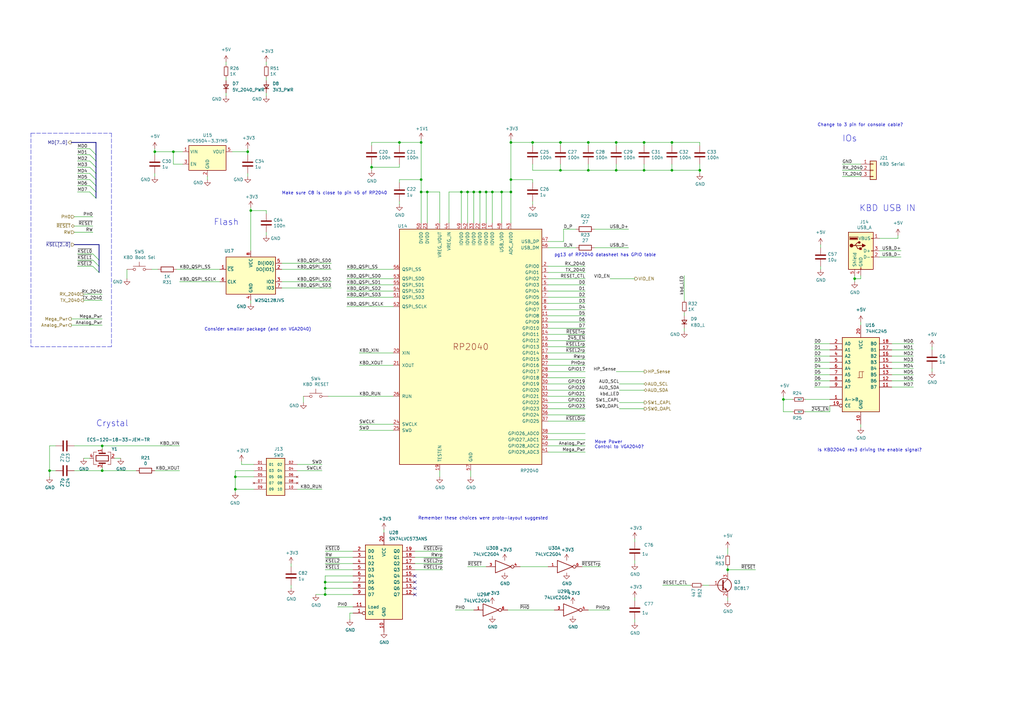
<source format=kicad_sch>
(kicad_sch (version 20211123) (generator eeschema)
  (paper "A3")
  (title_block (title "KBD2040") (rev "3a") (company "twitch.tv/baldengineer"))
  (junction (at 133.35 241.3))
  (junction (at 275.59 69.85))
  (junction (at 96.52 195.58))
  (junction (at 41.91 193.04))
  (junction (at 241.3 69.85))
  (junction (at 252.73 69.85))
  (junction (at 152.4 68.58))
  (junction (at 229.87 69.85))
  (junction (at 264.16 69.85))
  (junction (at 189.23 78.74))
  (junction (at 275.59 58.42))
  (junction (at 172.72 58.42))
  (junction (at 41.91 182.88))
  (junction (at 298.45 233.68))
  (junction (at 209.55 78.74))
  (junction (at 172.72 78.74))
  (junction (at 196.85 78.74))
  (junction (at 194.31 78.74))
  (junction (at 133.35 238.76))
  (junction (at 163.83 58.42))
  (junction (at 201.93 78.74))
  (junction (at 218.44 58.42))
  (junction (at 101.6 62.23))
  (junction (at 63.5 62.23))
  (junction (at 172.72 73.66))
  (junction (at 350.52 114.3))
  (junction (at 191.77 78.74))
  (junction (at 321.31 163.83))
  (junction (at 133.35 243.84))
  (junction (at 229.87 58.42))
  (junction (at 209.55 73.66))
  (junction (at 205.74 78.74))
  (junction (at 102.87 86.36))
  (junction (at 96.52 200.66))
  (junction (at 252.73 58.42))
  (junction (at 199.39 78.74))
  (junction (at 20.32 193.04))
  (junction (at 209.55 58.42))
  (junction (at 71.12 62.23))
  (junction (at 241.3 58.42))
  (junction (at 287.02 69.85))
  (junction (at 264.16 58.42))
  (junction (at 175.26 78.74))
  (no_connect (at 170.18 238.76))
  (no_connect (at 170.18 236.22))
  (no_connect (at 170.18 241.3))
  (no_connect (at 170.18 243.84))
  (bus_entry (at 36.83 71.12) (size 2.54 2.54))
  (bus_entry (at 36.83 78.74) (size 2.54 2.54))
  (bus_entry (at 36.83 68.58) (size 2.54 2.54))
  (bus_entry (at 36.83 66.04) (size 2.54 2.54))
  (bus_entry (at 36.83 63.5) (size 2.54 2.54))
  (bus_entry (at 36.83 73.66) (size 2.54 2.54))
  (bus_entry (at 36.83 60.96) (size 2.54 2.54))
  (bus_entry (at 38.1 104.14) (size 2.54 2.54))
  (bus_entry (at 38.1 106.68) (size 2.54 2.54))
  (bus_entry (at 38.1 109.22) (size 2.54 2.54))
  (bus_entry (at 36.83 76.2) (size 2.54 2.54))
  (wire (pts (xy 241.3 58.42) (xy 252.73 58.42)))
  (wire (pts (xy 161.29 110.49) (xy 142.24 110.49)))
  (wire (pts (xy 96.52 193.04) (xy 104.14 193.04)))
  (wire (pts (xy 241.3 59.69) (xy 241.3 58.42)))
  (wire (pts (xy 31.75 104.14) (xy 38.1 104.14)))
  (wire (pts (xy 218.44 67.31) (xy 218.44 69.85)))
  (bus (pts (xy 39.37 68.58) (xy 39.37 66.04)))
  (wire (pts (xy 115.57 118.11) (xy 135.89 118.11)))
  (wire (pts (xy 360.68 105.41) (xy 369.57 105.41)))
  (wire (pts (xy 194.31 91.44) (xy 194.31 78.74)))
  (wire (pts (xy 161.29 149.86) (xy 147.32 149.86)))
  (wire (pts (xy 224.79 160.02) (xy 240.03 160.02)))
  (wire (pts (xy 224.79 154.94) (xy 240.03 154.94)))
  (wire (pts (xy 134.62 162.56) (xy 161.29 162.56)))
  (wire (pts (xy 360.68 102.87) (xy 369.57 102.87)))
  (wire (pts (xy 22.86 182.88) (xy 20.32 182.88)))
  (wire (pts (xy 41.91 123.19) (xy 34.29 123.19)))
  (wire (pts (xy 205.74 91.44) (xy 205.74 78.74)))
  (wire (pts (xy 102.87 123.19) (xy 102.87 124.46)))
  (wire (pts (xy 180.34 193.04) (xy 180.34 195.58)))
  (wire (pts (xy 334.01 156.21) (xy 340.36 156.21)))
  (wire (pts (xy 365.76 146.05) (xy 374.65 146.05)))
  (wire (pts (xy 36.83 76.2) (xy 31.75 76.2)))
  (wire (pts (xy 31.75 109.22) (xy 38.1 109.22)))
  (wire (pts (xy 193.04 193.04) (xy 193.04 195.58)))
  (wire (pts (xy 288.29 240.03) (xy 290.83 240.03)))
  (wire (pts (xy 129.54 243.84) (xy 133.35 243.84)))
  (wire (pts (xy 250.19 114.3) (xy 260.35 114.3)))
  (wire (pts (xy 243.84 93.98) (xy 257.81 93.98)))
  (wire (pts (xy 229.87 58.42) (xy 241.3 58.42)))
  (wire (pts (xy 175.26 91.44) (xy 175.26 78.74)))
  (wire (pts (xy 115.57 110.49) (xy 135.89 110.49)))
  (wire (pts (xy 46.99 187.96) (xy 49.53 187.96)))
  (wire (pts (xy 365.76 156.21) (xy 374.65 156.21)))
  (wire (pts (xy 334.01 146.05) (xy 340.36 146.05)))
  (wire (pts (xy 121.92 190.5) (xy 132.08 190.5)))
  (wire (pts (xy 189.23 78.74) (xy 191.77 78.74)))
  (wire (pts (xy 180.34 91.44) (xy 180.34 78.74)))
  (wire (pts (xy 224.79 111.76) (xy 240.03 111.76)))
  (wire (pts (xy 101.6 71.12) (xy 101.6 72.39)))
  (wire (pts (xy 133.35 236.22) (xy 133.35 238.76)))
  (wire (pts (xy 353.06 113.03) (xy 353.06 114.3)))
  (wire (pts (xy 224.79 182.88) (xy 240.03 182.88)))
  (bus (pts (xy 39.37 73.66) (xy 39.37 71.12)))
  (wire (pts (xy 275.59 67.31) (xy 275.59 69.85)))
  (wire (pts (xy 109.22 25.4) (xy 109.22 26.67)))
  (wire (pts (xy 280.67 113.03) (xy 280.67 123.19)))
  (wire (pts (xy 95.25 62.23) (xy 101.6 62.23)))
  (wire (pts (xy 254 157.48) (xy 264.16 157.48)))
  (wire (pts (xy 224.79 167.64) (xy 240.03 167.64)))
  (wire (pts (xy 224.79 101.6) (xy 236.22 101.6)))
  (wire (pts (xy 170.18 226.06) (xy 181.61 226.06)))
  (wire (pts (xy 36.83 78.74) (xy 31.75 78.74)))
  (wire (pts (xy 119.38 231.14) (xy 119.38 232.41)))
  (wire (pts (xy 161.29 176.53) (xy 147.32 176.53)))
  (wire (pts (xy 96.52 195.58) (xy 104.14 195.58)))
  (wire (pts (xy 36.83 63.5) (xy 31.75 63.5)))
  (wire (pts (xy 101.6 60.96) (xy 101.6 62.23)))
  (wire (pts (xy 224.79 114.3) (xy 240.03 114.3)))
  (wire (pts (xy 41.91 193.04) (xy 55.88 193.04)))
  (wire (pts (xy 31.75 66.04) (xy 36.83 66.04)))
  (wire (pts (xy 330.2 163.83) (xy 340.36 163.83)))
  (wire (pts (xy 353.06 173.99) (xy 353.06 175.26)))
  (wire (pts (xy 287.02 69.85) (xy 287.02 71.12)))
  (wire (pts (xy 287.02 59.69) (xy 287.02 58.42)))
  (wire (pts (xy 254 167.64) (xy 264.16 167.64)))
  (wire (pts (xy 209.55 58.42) (xy 218.44 58.42)))
  (wire (pts (xy 298.45 233.68) (xy 298.45 234.95)))
  (wire (pts (xy 102.87 86.36) (xy 102.87 102.87)))
  (bus (pts (xy 39.37 71.12) (xy 39.37 68.58)))
  (wire (pts (xy 170.18 233.68) (xy 181.61 233.68)))
  (wire (pts (xy 199.39 91.44) (xy 199.39 78.74)))
  (wire (pts (xy 321.31 168.91) (xy 325.12 168.91)))
  (wire (pts (xy 184.15 78.74) (xy 189.23 78.74)))
  (wire (pts (xy 260.35 220.98) (xy 260.35 222.25)))
  (wire (pts (xy 30.48 95.25) (xy 38.1 95.25)))
  (wire (pts (xy 224.79 144.78) (xy 240.03 144.78)))
  (wire (pts (xy 298.45 245.11) (xy 298.45 246.38)))
  (wire (pts (xy 287.02 67.31) (xy 287.02 69.85)))
  (wire (pts (xy 321.31 163.83) (xy 321.31 168.91)))
  (polyline (pts (xy 45.72 142.24) (xy 12.7 142.24)))
  (wire (pts (xy 275.59 69.85) (xy 264.16 69.85)))
  (bus (pts (xy 39.37 63.5) (xy 39.37 58.42)))
  (wire (pts (xy 109.22 86.36) (xy 102.87 86.36)))
  (wire (pts (xy 31.75 68.58) (xy 36.83 68.58)))
  (wire (pts (xy 209.55 73.66) (xy 218.44 73.66)))
  (wire (pts (xy 92.71 38.1) (xy 92.71 39.37)))
  (wire (pts (xy 199.39 78.74) (xy 201.93 78.74)))
  (wire (pts (xy 175.26 78.74) (xy 172.72 78.74)))
  (wire (pts (xy 74.93 62.23) (xy 71.12 62.23)))
  (wire (pts (xy 163.83 59.69) (xy 163.83 58.42)))
  (polyline (pts (xy 45.72 54.61) (xy 45.72 142.24)))
  (wire (pts (xy 133.35 243.84) (xy 144.78 243.84)))
  (wire (pts (xy 41.91 120.65) (xy 34.29 120.65)))
  (wire (pts (xy 121.92 200.66) (xy 132.08 200.66)))
  (wire (pts (xy 147.32 144.78) (xy 161.29 144.78)))
  (wire (pts (xy 74.93 67.31) (xy 71.12 67.31)))
  (wire (pts (xy 109.22 38.1) (xy 109.22 39.37)))
  (wire (pts (xy 152.4 67.31) (xy 152.4 68.58)))
  (wire (pts (xy 201.93 78.74) (xy 201.93 91.44)))
  (wire (pts (xy 365.76 140.97) (xy 374.65 140.97)))
  (wire (pts (xy 252.73 67.31) (xy 252.73 69.85)))
  (wire (pts (xy 345.44 67.31) (xy 353.06 67.31)))
  (wire (pts (xy 143.51 254) (xy 143.51 251.46)))
  (wire (pts (xy 224.79 139.7) (xy 240.03 139.7)))
  (wire (pts (xy 224.79 142.24) (xy 240.03 142.24)))
  (wire (pts (xy 264.16 67.31) (xy 264.16 69.85)))
  (wire (pts (xy 96.52 200.66) (xy 96.52 201.93)))
  (wire (pts (xy 252.73 69.85) (xy 241.3 69.85)))
  (wire (pts (xy 109.22 31.75) (xy 109.22 33.02)))
  (wire (pts (xy 224.79 127) (xy 240.03 127)))
  (wire (pts (xy 191.77 91.44) (xy 191.77 78.74)))
  (wire (pts (xy 325.12 163.83) (xy 321.31 163.83)))
  (wire (pts (xy 62.23 110.49) (xy 64.77 110.49)))
  (wire (pts (xy 180.34 78.74) (xy 175.26 78.74)))
  (wire (pts (xy 353.06 114.3) (xy 350.52 114.3)))
  (wire (pts (xy 163.83 68.58) (xy 163.83 67.31)))
  (wire (pts (xy 241.3 69.85) (xy 229.87 69.85)))
  (wire (pts (xy 231.14 93.98) (xy 236.22 93.98)))
  (wire (pts (xy 29.21 133.35) (xy 41.91 133.35)))
  (wire (pts (xy 104.14 190.5) (xy 99.06 190.5)))
  (wire (pts (xy 22.86 193.04) (xy 20.32 193.04)))
  (wire (pts (xy 382.27 151.13) (xy 382.27 152.4)))
  (wire (pts (xy 52.07 110.49) (xy 52.07 114.3)))
  (wire (pts (xy 196.85 78.74) (xy 199.39 78.74)))
  (wire (pts (xy 368.3 96.52) (xy 368.3 97.79)))
  (wire (pts (xy 208.28 250.19) (xy 227.33 250.19)))
  (wire (pts (xy 334.01 153.67) (xy 340.36 153.67)))
  (wire (pts (xy 224.79 165.1) (xy 240.03 165.1)))
  (wire (pts (xy 231.14 93.98) (xy 231.14 99.06)))
  (wire (pts (xy 73.66 115.57) (xy 90.17 115.57)))
  (wire (pts (xy 20.32 193.04) (xy 20.32 195.58)))
  (wire (pts (xy 254 160.02) (xy 264.16 160.02)))
  (wire (pts (xy 298.45 224.79) (xy 298.45 227.33)))
  (wire (pts (xy 275.59 59.69) (xy 275.59 58.42)))
  (wire (pts (xy 224.79 132.08) (xy 240.03 132.08)))
  (wire (pts (xy 229.87 69.85) (xy 218.44 69.85)))
  (wire (pts (xy 31.75 71.12) (xy 36.83 71.12)))
  (wire (pts (xy 142.24 121.92) (xy 161.29 121.92)))
  (wire (pts (xy 31.75 106.68) (xy 38.1 106.68)))
  (wire (pts (xy 152.4 68.58) (xy 152.4 69.85)))
  (wire (pts (xy 63.5 71.12) (xy 63.5 72.39)))
  (wire (pts (xy 41.91 182.88) (xy 73.66 182.88)))
  (wire (pts (xy 92.71 25.4) (xy 92.71 26.67)))
  (wire (pts (xy 213.36 232.41) (xy 224.79 232.41)))
  (wire (pts (xy 229.87 67.31) (xy 229.87 69.85)))
  (wire (pts (xy 365.76 148.59) (xy 374.65 148.59)))
  (wire (pts (xy 209.55 58.42) (xy 209.55 73.66)))
  (wire (pts (xy 334.01 151.13) (xy 340.36 151.13)))
  (wire (pts (xy 199.39 232.41) (xy 191.77 232.41)))
  (wire (pts (xy 172.72 78.74) (xy 172.72 91.44)))
  (wire (pts (xy 224.79 99.06) (xy 231.14 99.06)))
  (bus (pts (xy 39.37 78.74) (xy 39.37 76.2)))
  (wire (pts (xy 209.55 57.15) (xy 209.55 58.42)))
  (wire (pts (xy 224.79 152.4) (xy 240.03 152.4)))
  (wire (pts (xy 224.79 109.22) (xy 240.03 109.22)))
  (wire (pts (xy 30.48 182.88) (xy 41.91 182.88)))
  (wire (pts (xy 330.2 168.91) (xy 340.36 168.91)))
  (wire (pts (xy 280.67 134.62) (xy 280.67 135.89)))
  (wire (pts (xy 224.79 149.86) (xy 240.03 149.86)))
  (wire (pts (xy 224.79 116.84) (xy 240.03 116.84)))
  (wire (pts (xy 298.45 232.41) (xy 298.45 233.68)))
  (wire (pts (xy 102.87 85.09) (xy 102.87 86.36)))
  (wire (pts (xy 224.79 185.42) (xy 240.03 185.42)))
  (wire (pts (xy 142.24 125.73) (xy 161.29 125.73)))
  (wire (pts (xy 224.79 121.92) (xy 240.03 121.92)))
  (wire (pts (xy 163.83 82.55) (xy 163.83 83.82)))
  (wire (pts (xy 172.72 58.42) (xy 172.72 73.66)))
  (wire (pts (xy 224.79 147.32) (xy 240.03 147.32)))
  (wire (pts (xy 218.44 58.42) (xy 229.87 58.42)))
  (wire (pts (xy 229.87 59.69) (xy 229.87 58.42)))
  (wire (pts (xy 224.79 119.38) (xy 240.03 119.38)))
  (wire (pts (xy 321.31 162.56) (xy 321.31 163.83)))
  (wire (pts (xy 92.71 31.75) (xy 92.71 33.02)))
  (wire (pts (xy 345.44 69.85) (xy 353.06 69.85)))
  (wire (pts (xy 133.35 238.76) (xy 133.35 241.3)))
  (wire (pts (xy 30.48 193.04) (xy 41.91 193.04)))
  (wire (pts (xy 224.79 157.48) (xy 240.03 157.48)))
  (wire (pts (xy 298.45 233.68) (xy 309.88 233.68)))
  (wire (pts (xy 209.55 78.74) (xy 209.55 91.44)))
  (wire (pts (xy 133.35 241.3) (xy 133.35 243.84)))
  (wire (pts (xy 115.57 115.57) (xy 135.89 115.57)))
  (wire (pts (xy 172.72 57.15) (xy 172.72 58.42)))
  (wire (pts (xy 252.73 58.42) (xy 264.16 58.42)))
  (wire (pts (xy 224.79 137.16) (xy 240.03 137.16)))
  (wire (pts (xy 260.35 245.11) (xy 260.35 246.38)))
  (wire (pts (xy 31.75 73.66) (xy 36.83 73.66)))
  (wire (pts (xy 161.29 173.99) (xy 147.32 173.99)))
  (wire (pts (xy 353.06 132.08) (xy 353.06 133.35)))
  (wire (pts (xy 119.38 240.03) (xy 119.38 241.3)))
  (wire (pts (xy 163.83 74.93) (xy 163.83 73.66)))
  (wire (pts (xy 334.01 143.51) (xy 340.36 143.51)))
  (wire (pts (xy 243.84 101.6) (xy 257.81 101.6)))
  (wire (pts (xy 336.55 109.22) (xy 336.55 110.49)))
  (wire (pts (xy 184.15 91.44) (xy 184.15 78.74)))
  (wire (pts (xy 71.12 67.31) (xy 71.12 62.23)))
  (wire (pts (xy 133.35 228.6) (xy 144.78 228.6)))
  (bus (pts (xy 40.64 111.76) (xy 40.64 109.22)))
  (wire (pts (xy 241.3 67.31) (xy 241.3 69.85)))
  (wire (pts (xy 163.83 58.42) (xy 172.72 58.42)))
  (wire (pts (xy 194.31 78.74) (xy 196.85 78.74)))
  (wire (pts (xy 30.48 92.71) (xy 38.1 92.71)))
  (wire (pts (xy 196.85 91.44) (xy 196.85 78.74)))
  (wire (pts (xy 191.77 78.74) (xy 194.31 78.74)))
  (bus (pts (xy 40.64 106.68) (xy 40.64 100.33)))
  (wire (pts (xy 20.32 182.88) (xy 20.32 193.04)))
  (wire (pts (xy 170.18 228.6) (xy 181.61 228.6)))
  (wire (pts (xy 72.39 110.49) (xy 90.17 110.49)))
  (bus (pts (xy 39.37 66.04) (xy 39.37 63.5)))
  (wire (pts (xy 96.52 200.66) (xy 104.14 200.66)))
  (wire (pts (xy 63.5 193.04) (xy 73.66 193.04)))
  (wire (pts (xy 36.83 60.96) (xy 31.75 60.96)))
  (wire (pts (xy 101.6 62.23) (xy 101.6 63.5)))
  (wire (pts (xy 246.38 232.41) (xy 238.76 232.41)))
  (wire (pts (xy 133.35 231.14) (xy 144.78 231.14)))
  (wire (pts (xy 224.79 134.62) (xy 240.03 134.62)))
  (wire (pts (xy 29.21 130.81) (xy 41.91 130.81)))
  (wire (pts (xy 63.5 60.96) (xy 63.5 62.23)))
  (wire (pts (xy 152.4 59.69) (xy 152.4 58.42)))
  (wire (pts (xy 224.79 172.72) (xy 240.03 172.72)))
  (wire (pts (xy 170.18 231.14) (xy 181.61 231.14)))
  (wire (pts (xy 152.4 58.42) (xy 163.83 58.42)))
  (wire (pts (xy 350.52 114.3) (xy 350.52 115.57)))
  (wire (pts (xy 41.91 184.15) (xy 41.91 182.88)))
  (wire (pts (xy 218.44 82.55) (xy 218.44 83.82)))
  (wire (pts (xy 142.24 116.84) (xy 161.29 116.84)))
  (wire (pts (xy 365.76 143.51) (xy 374.65 143.51)))
  (wire (pts (xy 260.35 229.87) (xy 260.35 231.14)))
  (wire (pts (xy 365.76 153.67) (xy 374.65 153.67)))
  (wire (pts (xy 157.48 217.17) (xy 157.48 218.44)))
  (wire (pts (xy 121.92 193.04) (xy 132.08 193.04)))
  (wire (pts (xy 264.16 58.42) (xy 275.59 58.42)))
  (wire (pts (xy 194.31 250.19) (xy 186.69 250.19)))
  (wire (pts (xy 264.16 59.69) (xy 264.16 58.42)))
  (wire (pts (xy 133.35 233.68) (xy 144.78 233.68)))
  (wire (pts (xy 133.35 238.76) (xy 144.78 238.76)))
  (wire (pts (xy 152.4 68.58) (xy 163.83 68.58)))
  (wire (pts (xy 142.24 114.3) (xy 161.29 114.3)))
  (wire (pts (xy 224.79 129.54) (xy 240.03 129.54)))
  (wire (pts (xy 365.76 158.75) (xy 374.65 158.75)))
  (wire (pts (xy 63.5 62.23) (xy 63.5 63.5)))
  (wire (pts (xy 382.27 142.24) (xy 382.27 143.51)))
  (wire (pts (xy 334.01 148.59) (xy 340.36 148.59)))
  (wire (pts (xy 360.68 97.79) (xy 368.3 97.79)))
  (wire (pts (xy 209.55 73.66) (xy 209.55 78.74)))
  (wire (pts (xy 224.79 124.46) (xy 240.03 124.46)))
  (wire (pts (xy 271.78 240.03) (xy 283.21 240.03)))
  (wire (pts (xy 224.79 177.8) (xy 240.03 177.8)))
  (wire (pts (xy 350.52 113.03) (xy 350.52 114.3)))
  (wire (pts (xy 115.57 107.95) (xy 135.89 107.95)))
  (wire (pts (xy 275.59 58.42) (xy 287.02 58.42)))
  (wire (pts (xy 201.93 78.74) (xy 205.74 78.74)))
  (bus (pts (xy 30.48 100.33) (xy 40.64 100.33)))
  (wire (pts (xy 218.44 59.69) (xy 218.44 58.42)))
  (wire (pts (xy 260.35 254) (xy 260.35 255.27)))
  (wire (pts (xy 96.52 195.58) (xy 96.52 200.66)))
  (bus (pts (xy 39.37 76.2) (xy 39.37 73.66)))
  (wire (pts (xy 189.23 91.44) (xy 189.23 78.74)))
  (wire (pts (xy 96.52 193.04) (xy 96.52 195.58)))
  (wire (pts (xy 99.06 190.5) (xy 99.06 189.23)))
  (wire (pts (xy 218.44 74.93) (xy 218.44 73.66)))
  (wire (pts (xy 252.73 152.4) (xy 264.16 152.4)))
  (wire (pts (xy 280.67 128.27) (xy 280.67 129.54)))
  (wire (pts (xy 172.72 73.66) (xy 172.72 78.74)))
  (wire (pts (xy 109.22 95.25) (xy 109.22 96.52)))
  (bus (pts (xy 29.21 58.42) (xy 39.37 58.42)))
  (wire (pts (xy 275.59 69.85) (xy 287.02 69.85)))
  (wire (pts (xy 336.55 100.33) (xy 336.55 101.6)))
  (wire (pts (xy 133.35 241.3) (xy 144.78 241.3)))
  (wire (pts (xy 138.43 248.92) (xy 144.78 248.92)))
  (bus (pts (xy 39.37 81.28) (xy 39.37 78.74)))
  (wire (pts (xy 252.73 59.69) (xy 252.73 58.42)))
  (wire (pts (xy 133.35 226.06) (xy 144.78 226.06)))
  (wire (pts (xy 224.79 180.34) (xy 240.03 180.34)))
  (wire (pts (xy 142.24 119.38) (xy 161.29 119.38)))
  (bus (pts (xy 40.64 109.22) (xy 40.64 106.68)))
  (wire (pts (xy 264.16 69.85) (xy 252.73 69.85)))
  (polyline (pts (xy 12.7 54.61) (xy 12.7 142.24)))
  (wire (pts (xy 124.46 162.56) (xy 124.46 165.1)))
  (wire (pts (xy 254 165.1) (xy 264.16 165.1)))
  (wire (pts (xy 205.74 78.74) (xy 209.55 78.74)))
  (wire (pts (xy 250.19 250.19) (xy 241.3 250.19)))
  (wire (pts (xy 345.44 72.39) (xy 353.06 72.39)))
  (wire (pts (xy 224.79 170.18) (xy 240.03 170.18)))
  (wire (pts (xy 340.36 168.91) (xy 340.36 166.37)))
  (wire (pts (xy 71.12 62.23) (xy 63.5 62.23)))
  (polyline (pts (xy 12.7 54.61) (xy 45.72 54.61)))
  (wire (pts (xy 41.91 191.77) (xy 41.91 193.04)))
  (wire (pts (xy 334.01 140.97) (xy 340.36 140.97)))
  (wire (pts (xy 109.22 87.63) (xy 109.22 86.36)))
  (wire (pts (xy 340.36 158.75) (xy 334.01 158.75)))
  (wire (pts (xy 143.51 251.46) (xy 144.78 251.46)))
  (wire (pts (xy 224.79 162.56) (xy 240.03 162.56)))
  (wire (pts (xy 163.83 73.66) (xy 172.72 73.66)))
  (wire (pts (xy 85.09 73.66) (xy 85.09 72.39)))
  (wire (pts (xy 38.1 88.9) (xy 30.48 88.9)))
  (wire (pts (xy 36.83 187.96) (xy 34.29 187.96)))
  (wire (pts (xy 133.35 236.22) (xy 144.78 236.22)))
  (wire (pts (xy 365.76 151.13) (xy 374.65 151.13)))
  (text "IOs" (at 345.44 58.42 0) (effects (font (size 2.54 2.54)) (justify left bottom)))
  (text "Change to 3 pin for console cable?" (at 335.28 52.07 0) (effects (font (size 1.27 1.27)) (justify left bottom)))
  (text "Crystal" (at 39.37 175.26 0) (effects (font (size 2.54 2.54)) (justify left bottom)))
  (text "Move Power \nControl to VGA2040?" (at 243.84 184.15 0) (effects (font (size 1.27 1.27)) (justify left bottom)))
  (text "Remember these choices were proto-layout suggested" (at 171.45 213.36 0) (effects (font (size 1.27 1.27)) (justify left bottom)))
  (text "pg13 of RP2040 datasheet has GPIO table" (at 227.33 105.41 0) (effects (font (size 1.27 1.27)) (justify left bottom)))
  (text "Consider smaller package (and on VGA2040)" (at 83.82 135.89 0) (effects (font (size 1.27 1.27)) (justify left bottom)))
  (text "Flash" (at 87.63 92.71 0) (effects (font (size 2.54 2.54)) (justify left bottom)))
  (text "Is KBD2040 rev3 driving the enable signal?" (at 335.28 185.42 0) (effects (font (size 1.27 1.27)) (justify left bottom)))
  (text "KBD USB IN" (at 352.425 86.995 0) (effects (font (size 2.54 2.54)) (justify left bottom)))
  (text "Make sure C8 is close to pin 45 of RP2040" (at 115.57 80.01 0) (effects (font (size 1.27 1.27)) (justify left bottom)))
  (label "~{PH0}" (at 217.17 250.19 180))
  (label "~{RESET}" (at 38.1 92.71 180))
  (label "RX_2040" (at 41.91 120.65 180))
  (label "MD4" (at 374.65 151.13 180))
  (label "RWrp" (at 181.61 228.6 180))
  (label "D6" (at 334.01 156.21 0))
  (label "HP_Sense" (at 252.73 152.4 180))
  (label "KBD_XIN" (at 73.66 182.88 180))
  (label "D1" (at 240.03 119.38 180))
  (label "D0" (at 240.03 116.84 180))
  (label "TX_2040" (at 240.03 111.76 180))
  (label "Analog_Pwr" (at 240.03 182.88 180))
  (label "MD6" (at 31.75 76.2 0))
  (label "~{245_EN}" (at 332.74 168.91 0))
  (label "D3" (at 334.01 148.59 0))
  (label "D3" (at 240.03 124.46 180))
  (label "D2" (at 334.01 146.05 0))
  (label "PH0" (at 138.43 248.92 0))
  (label "PH0rp" (at 240.03 149.86 180))
  (label "SW0_OAPL" (at 254 167.64 180))
  (label "~{RESETrp}" (at 246.38 232.41 180))
  (label "~{KSEL1rp}" (at 240.03 142.24 180))
  (label "kbd_LED" (at 280.67 113.03 270))
  (label "D7" (at 334.01 158.75 0))
  (label "D5" (at 334.01 153.67 0))
  (label "RESET_CTL" (at 271.78 240.03 0))
  (label "GND" (at 345.44 67.31 0))
  (label "D_P" (at 231.14 93.98 0))
  (label "GPIO23" (at 240.03 167.64 180))
  (label "~{KSEL2}" (at 133.35 231.14 0))
  (label "KBD_RUN" (at 147.32 162.56 0))
  (label "MD0" (at 374.65 140.97 180))
  (label "AUD_SCL" (at 254 157.48 180))
  (label "MD0" (at 31.75 60.96 0))
  (label "~{KSEL0}" (at 133.35 226.06 0))
  (label "~{KSEL2rp}" (at 181.61 231.14 180))
  (label "GPIO21" (at 240.03 162.56 180))
  (label "~{RESET}" (at 309.88 233.68 180))
  (label "MD3" (at 374.65 148.59 180))
  (label "KBD_QSPI_SCLK" (at 142.24 125.73 0))
  (label "PH0" (at 38.1 88.9 180))
  (label "KBD_QSPI_SD2" (at 142.24 119.38 0))
  (label "USB_D+" (at 369.57 102.87 180))
  (label "MD5" (at 31.75 73.66 0))
  (label "Analog_Pwr" (at 41.91 133.35 180))
  (label "~{RESETrp}" (at 240.03 137.16 180))
  (label "PH0rp" (at 250.19 250.19 180))
  (label "D7" (at 240.03 134.62 180))
  (label "RWrp" (at 240.03 147.32 180))
  (label "KBD_QSPI_SCLK" (at 73.66 115.57 0))
  (label "RW" (at 38.1 95.25 180))
  (label "D4" (at 240.03 127 180))
  (label "GPIO20" (at 240.03 160.02 180))
  (label "SWD" (at 132.08 190.5 180))
  (label "D5" (at 240.03 129.54 180))
  (label "~{KSEL0rp}" (at 240.03 172.72 180))
  (label "MD5" (at 374.65 153.67 180))
  (label "D_N" (at 231.14 101.6 0))
  (label "USB_D+" (at 257.81 93.98 180))
  (label "D2" (at 240.03 121.92 180))
  (label "GPIO19" (at 240.03 157.48 180))
  (label "kbd_LED" (at 254 162.56 180))
  (label "VID_EN" (at 250.19 114.3 180))
  (label "KBD_RUN" (at 132.08 200.66 180))
  (label "RX_2040" (at 240.03 109.22 180))
  (label "~{RESET}" (at 191.77 232.41 0))
  (label "MD6" (at 374.65 156.21 180))
  (label "MD2" (at 374.65 146.05 180))
  (label "MD4" (at 31.75 71.12 0))
  (label "SWD" (at 147.32 176.53 0))
  (label "D6" (at 240.03 132.08 180))
  (label "~{KSEL1}" (at 133.35 233.68 0))
  (label "MD1" (at 374.65 143.51 180))
  (label "SWCLK" (at 132.08 193.04 180))
  (label "D4" (at 334.01 151.13 0))
  (label "Mega_Pwr" (at 41.91 130.81 180))
  (label "KBD_QSPI_SD3" (at 142.24 121.92 0))
  (label "KBD_QSPI_SD0" (at 142.24 114.3 0))
  (label "KBD_QSPI_SD1" (at 135.89 110.49 180))
  (label "GPIO17" (at 240.03 152.4 180))
  (label "RESET_CTL" (at 240.03 114.3 180))
  (label "MD1" (at 31.75 63.5 0))
  (label "~{245_EN}" (at 240.03 139.7 180))
  (label "KBD_QSPI_SD0" (at 135.89 107.95 180))
  (label "RW" (at 133.35 228.6 0))
  (label "D1" (at 334.01 143.51 0))
  (label "KBD_QSPI_SD2" (at 135.89 115.57 180))
  (label "D0" (at 334.01 140.97 0))
  (label "RX_2040" (at 345.44 69.85 0))
  (label "~{KSEL0}" (at 31.75 104.14 0))
  (label "KBD_QSPI_SD3" (at 135.89 118.11 180))
  (label "KBD_XOUT" (at 147.32 149.86 0))
  (label "KBD_QSPI_SS" (at 73.66 110.49 0))
  (label "TX_2040" (at 41.91 123.19 180))
  (label "SWCLK" (at 147.32 173.99 0))
  (label "~{KSEL1rp}" (at 181.61 233.68 180))
  (label "KBD_QSPI_SD1" (at 142.24 116.84 0))
  (label "MD2" (at 31.75 66.04 0))
  (label "AUD_SDA" (at 254 160.02 180))
  (label "Mega_Pwr" (at 240.03 185.42 180))
  (label "KBD_XIN" (at 147.32 144.78 0))
  (label "USB_D-" (at 257.81 101.6 180))
  (label "~{KSEL0rp}" (at 181.61 226.06 180))
  (label "GPIO22" (at 240.03 165.1 180))
  (label "PH0" (at 186.69 250.19 0))
  (label "~{KSEL1}" (at 31.75 106.68 0))
  (label "KBD_XOUT" (at 73.66 193.04 180))
  (label "MD3" (at 31.75 68.58 0))
  (label "SW1_CAPL" (at 254 165.1 180))
  (label "USB_D-" (at 369.57 105.41 180))
  (label "~{KSEL2}" (at 31.75 109.22 0))
  (label "MD7" (at 31.75 78.74 0))
  (label "TX_2040" (at 345.44 72.39 0))
  (label "KBD_QSPI_SS" (at 142.24 110.49 0))
  (label "MD7" (at 374.65 158.75 180))
  (label "~{KSEL2rp}" (at 240.03 144.78 180))
  (hierarchical_label "TX_2040" (shape output) (at 34.29 123.19 180))
  (hierarchical_label "MD[7..0]" (shape output) (at 29.21 58.42 180))
  (hierarchical_label "SW1_CAPL" (shape output) (at 264.16 165.1 0))
  (hierarchical_label "RX_2040" (shape input) (at 34.29 120.65 180))
  (hierarchical_label "AUD_SDA" (shape bidirectional) (at 264.16 160.02 0))
  (hierarchical_label "RW" (shape input) (at 30.48 95.25 180))
  (hierarchical_label "~{RESET}" (shape bidirectional) (at 30.48 92.71 180))
  (hierarchical_label "~{KSEL[2..0]}" (shape input) (at 30.48 100.33 180))
  (hierarchical_label "AUD_SCL" (shape bidirectional) (at 264.16 157.48 0))
  (hierarchical_label "Mega_Pwr" (shape output) (at 29.21 130.81 180))
  (hierarchical_label "Analog_Pwr" (shape output) (at 29.21 133.35 180))
  (hierarchical_label "VID_EN" (shape output) (at 260.35 114.3 0))
  (hierarchical_label "HP_Sense" (shape output) (at 264.16 152.4 0))
  (hierarchical_label "SW0_OAPL" (shape output) (at 264.16 167.64 0))
  (hierarchical_label "PH0" (shape input) (at 30.48 88.9 180))
  (symbol (lib_id "power:GND") (at 129.54 243.84 0) (unit 1)
    (property "Reference" "#PWR0246" (effects hide))
    (property "Value" "GND" (at 129.667 248.2342 0))
  )
  (symbol (lib_id "Device:C") (at 336.55 105.41 0) (unit 1)
    (property "Reference" "C57" (at 339.471 104.2416 0) (effects (justify left)))
    (property "Value" "10u" (at 339.471 106.553 0) (effects (justify left)))
    (property "Footprint" "Capacitor_SMD:C_0805_2012Metric" (effects hide))
  )
  (symbol (lib_name "R_0805_4") (lib_id "My_Library:R_0805") (at 109.22 29.21 0) (unit 1)
    (property "Reference" "R51" (at 110.7186 28.0416 0) (effects (justify left)))
    (property "Value" "1K" (at 110.7186 30.353 0) (effects (justify left)))
    (property "Footprint" "Resistor_SMD:R_0805_2012Metric" (effects hide))
  )
  (symbol (lib_id "Device:R") (at 240.03 101.6 270) (unit 1)
    (property "Reference" "R23" (at 240.03 96.3422 90))
    (property "Value" "27" (at 240.03 98.6536 90))
    (property "Footprint" "Resistor_SMD:R_0603_1608Metric" (effects hide))
  )
  (symbol (lib_id "power:GND") (at 63.5 72.39 0) (unit 1)
    (property "Reference" "#PWR0228" (effects hide))
    (property "Value" "GND" (at 59.69 73.66 0))
  )
  (symbol (lib_id "power:GND") (at 109.22 39.37 0) (unit 1)
    (property "Reference" "#PWR0329" (effects hide))
    (property "Value" "GND" (at 105.41 40.64 0))
  )
  (symbol (lib_id "power:+3V3") (at 119.38 231.14 0) (unit 1)
    (property "Reference" "#PWR0179" (effects hide))
    (property "Value" "+3V3" (at 119.761 226.7458 0))
  )
  (symbol (lib_id "Device:C") (at 264.16 63.5 0) (unit 1)
    (property "Reference" "C31" (at 267.081 62.3316 0) (effects (justify left)))
    (property "Value" "100n" (at 267.081 64.643 0) (effects (justify left)))
    (property "Footprint" "Capacitor_SMD:C_0603_1608Metric" (effects hide))
  )
  (symbol (lib_id "74xx:74HC245") (at 353.06 153.67 0) (unit 1)
    (property "Reference" "U16" (at 356.87 133.35 0))
    (property "Value" "74HC245" (at 359.41 135.89 0))
    (property "Footprint" "Package_SO:SO-20_5.3x12.6mm_P1.27mm" (effects hide))
    (property "Datasheet" "http://www.ti.com/lit/gpn/sn74HC245" (effects hide))
  )
  (symbol (lib_id "power:GND") (at 260.35 231.14 0) (unit 1)
    (property "Reference" "#PWR0248" (effects hide))
    (property "Value" "GND" (at 260.477 235.5342 0))
  )
  (symbol (lib_id "My Library:+5V_2040") (at 63.5 60.96 0) (unit 1)
    (property "Reference" "#PWR0241" (effects hide))
    (property "Value" "+5V_2040" (at 63.5 55.88 0))
  )
  (symbol (lib_id "Device:C") (at 218.44 63.5 0) (unit 1)
    (property "Reference" "C25" (at 221.361 62.3316 0) (effects (justify left)))
    (property "Value" "100n" (at 221.361 64.643 0) (effects (justify left)))
    (property "Footprint" "Capacitor_SMD:C_0603_1608Metric" (effects hide))
  )
  (symbol (lib_id "Device:C") (at 287.02 63.5 0) (unit 1)
    (property "Reference" "C33" (at 289.941 62.3316 0) (effects (justify left)))
    (property "Value" "100n" (at 289.941 64.643 0) (effects (justify left)))
    (property "Footprint" "Capacitor_SMD:C_0603_1608Metric" (effects hide))
  )
  (symbol (lib_id "My Library:+5V_2040") (at 336.55 100.33 0) (unit 1)
    (property "Reference" "#PWR0251" (effects hide))
    (property "Value" "+5V_2040" (at 336.55 95.25 0))
  )
  (symbol (lib_id "74xGxx:74LVC2G04") (at 234.95 250.19 0) (unit 2)
    (property "Reference" "U29" (at 231.14 242.57 0))
    (property "Value" "74LVC2G04" (at 228.6 245.11 0))
    (property "Footprint" "Package_TO_SOT_SMD:SOT-23-6" (effects hide))
    (property "Datasheet" "http://www.ti.com/lit/sg/scyt129e/scyt129e.pdf" (effects hide))
  )
  (symbol (lib_id "Device:Crystal_GND24") (at 41.91 187.96 270) (unit 1)
    (property "Reference" "Y1" (at 45.72 184.15 90) (effects (justify left)))
    (property "Value" "ECS-120-18-33-JEM-TR" (at 35.56 180.34 90) (effects (justify left)))
    (property "Footprint" "Crystal:Crystal_SMD_3225-4Pin_3.2x2.5mm" (effects hide))
    (property "Old PN" "ABLS-12.000MHZ-B4-T" (effects hide))
  )
  (symbol (lib_id "power:GND") (at 180.34 195.58 0) (unit 1)
    (property "Reference" "#PWR0233" (effects hide))
    (property "Value" "GND" (at 180.467 199.9742 0))
  )
  (symbol (lib_id "power:GND") (at 193.04 195.58 0) (unit 1)
    (property "Reference" "#PWR0234" (effects hide))
    (property "Value" "GND" (at 193.167 199.9742 0))
  )
  (symbol (lib_id "power:+3V3") (at 109.22 25.4 0) (unit 1)
    (property "Reference" "#PWR0328" (effects hide))
    (property "Value" "+3V3" (at 109.601 21.0058 0))
  )
  (symbol (lib_id "Device:R") (at 59.69 193.04 270) (unit 1)
    (property "Reference" "R21" (at 59.69 187.7822 90))
    (property "Value" "0" (at 59.69 190.0936 90))
    (property "Footprint" "Resistor_SMD:R_0603_1608Metric" (effects hide))
  )
  (symbol (lib_id "power:GND") (at 152.4 69.85 0) (unit 1)
    (property "Reference" "#PWR0220" (effects hide))
    (property "Value" "GND" (at 152.527 74.2442 0))
  )
  (symbol (lib_id "power:GND") (at 119.38 241.3 0) (unit 1)
    (property "Reference" "#PWR0180" (effects hide))
    (property "Value" "GND" (at 119.507 245.6942 0))
  )
  (symbol (lib_id "Device:C") (at 241.3 63.5 0) (unit 1)
    (property "Reference" "C28" (at 244.221 62.3316 0) (effects (justify left)))
    (property "Value" "100n" (at 244.221 64.643 0) (effects (justify left)))
    (property "Footprint" "Capacitor_SMD:C_0603_1608Metric" (effects hide))
  )
  (symbol (lib_id "power:GND") (at 382.27 152.4 0) (unit 1)
    (property "Reference" "#PWR0113" (effects hide))
    (property "Value" "GND" (at 382.397 156.7942 0))
  )
  (symbol (lib_name "R_0805_2") (lib_id "My_Library:R_0805") (at 327.66 163.83 90) (unit 1)
    (property "Reference" "R24" (at 328.93 161.29 90) (effects (justify left)))
    (property "Value" "4k7" (at 328.93 163.83 90) (effects (font (size 0.635 0.635)) (justify left)))
    (property "Footprint" "Resistor_SMD:R_0805_2012Metric" (effects hide))
  )
  (symbol (lib_id "Connector_Generic:Conn_01x03") (at 358.14 69.85 0) (unit 1)
    (property "Reference" "J21" (at 360.68 64.77 0) (effects (justify left)))
    (property "Value" "KBD Serial" (at 360.68 67.31 0) (effects (justify left)))
    (property "Footprint" "Connector_PinSocket_2.54mm:PinSocket_1x03_P2.54mm_Vertical" (effects hide))
  )
  (symbol (lib_id "Switch:SW_Push") (at 57.15 110.49 0) (unit 1)
    (property "Reference" "SW5" (at 57.15 103.251 0))
    (property "Value" "KBD Boot Sel" (at 57.15 105.5624 0))
    (property "Footprint" "Button_Switch_SMD:SW_SPST_PTS810" (effects hide))
  )
  (symbol (lib_id "Switch:SW_Push") (at 129.54 162.56 0) (unit 1)
    (property "Reference" "SW4" (at 129.54 155.321 0))
    (property "Value" "KBD RESET" (at 129.54 157.6324 0))
    (property "Footprint" "Button_Switch_SMD:SW_SPST_PTS810" (effects hide))
  )
  (symbol (lib_id "power:GND") (at 234.95 252.73 0) (unit 1)
    (property "Reference" "#PWR0375" (effects hide))
    (property "Value" "GND" (at 235.077 257.1242 0))
  )
  (symbol (lib_id "Connector:USB_A") (at 353.06 102.87 0) (unit 1)
    (property "Reference" "J14" (at 354.5078 91.0082 0))
    (property "Value" "USB_A" (at 354.5078 93.3196 0))
    (property "Footprint" "My Libraries:USB_A_GCT_USB1125" (effects hide))
    (property "Datasheet" " ~" (effects hide))
    (property "MPN" "USB1125-GF-B" (effects hide))
    (property "SPN" "86AH2018" (effects hide))
  )
  (symbol (lib_id "power:+3V3") (at 201.93 247.65 0) (unit 1)
    (property "Reference" "#PWR0261" (effects hide))
    (property "Value" "+3V3" (at 202.311 243.2558 0))
  )
  (symbol (lib_id "74xGxx:74LVC2G04") (at 207.01 232.41 0) (unit 2)
    (property "Reference" "U30" (at 201.93 224.79 0))
    (property "Value" "74LVC2G04" (at 199.39 227.33 0))
    (property "Footprint" "Package_TO_SOT_SMD:SOT-23-6" (effects hide))
    (property "Datasheet" "http://www.ti.com/lit/sg/scyt129e/scyt129e.pdf" (effects hide))
  )
  (symbol (lib_id "74xGxx:74LVC2G04") (at 201.93 250.19 0) (unit 1)
    (property "Reference" "U29" (at 198.12 243.84 0))
    (property "Value" "74LVC2G04" (at 195.58 246.38 0))
    (property "Footprint" "Package_TO_SOT_SMD:SOT-23-6" (effects hide))
    (property "Datasheet" "http://www.ti.com/lit/sg/scyt129e/scyt129e.pdf" (effects hide))
  )
  (symbol (lib_id "power:+3V3") (at 232.41 229.87 0) (unit 1)
    (property "Reference" "#PWR0377" (effects hide))
    (property "Value" "+3V3" (at 232.791 225.4758 0))
  )
  (symbol (lib_id "power:GND") (at 287.02 71.12 0) (unit 1)
    (property "Reference" "#PWR0245" (effects hide))
    (property "Value" "GND" (at 287.147 75.5142 0))
  )
  (symbol (lib_id "power:+3V3") (at 102.87 85.09 0) (unit 1)
    (property "Reference" "#PWR0332" (effects hide))
    (property "Value" "+3V3" (at 103.251 80.6958 0))
  )
  (symbol (lib_id "My Library:D_1206") (at 109.22 35.56 90) (unit 1)
    (property "Reference" "D8" (at 111.76 34.2899 90) (effects (justify right)))
    (property "Value" "3V3_PWR" (at 111.76 36.8299 90) (effects (justify right)))
    (property "Footprint" "LED_SMD:LED_1206_3216Metric" (effects hide))
  )
  (symbol (lib_id "power:GND") (at 49.53 187.96 0) (unit 1)
    (property "Reference" "#PWR0235" (effects hide))
    (property "Value" "GND" (at 49.657 192.3542 0))
  )
  (symbol (lib_id "power:+3V3") (at 209.55 57.15 0) (unit 1)
    (property "Reference" "#PWR0224" (effects hide))
    (property "Value" "+3V3" (at 209.931 52.7558 0))
  )
  (symbol (lib_name "R_0805_5") (lib_id "My_Library:R_0805") (at 92.71 29.21 0) (unit 1)
    (property "Reference" "R26" (at 94.2086 28.0416 0) (effects (justify left)))
    (property "Value" "1K" (at 94.2086 30.353 0) (effects (justify left)))
    (property "Footprint" "Resistor_SMD:R_0805_2012Metric" (effects hide))
  )
  (symbol (lib_id "power:GND") (at 34.29 187.96 0) (unit 1)
    (property "Reference" "#PWR0232" (effects hide))
    (property "Value" "GND" (at 34.417 192.3542 0))
  )
  (symbol (lib_id "power:+5V") (at 321.31 162.56 0) (unit 1)
    (property "Reference" "#PWR0244" (effects hide))
    (property "Value" "+5V" (at 321.691 158.1658 0))
  )
  (symbol (lib_id "74xx:74LS573") (at 157.48 238.76 0) (unit 1)
    (property "Reference" "U28" (at 159.4994 218.44 0) (effects (justify left)))
    (property "Value" "SN74LVC573ANS" (at 159.4994 220.98 0) (effects (justify left)))
    (property "Footprint" "Package_SO:SO-20_5.3x12.6mm_P1.27mm" (effects hide))
    (property "Datasheet" "74xx/74hc573.pdf" (effects hide))
  )
  (symbol (lib_id "Device:C") (at 163.83 63.5 0) (unit 1)
    (property "Reference" "C21" (at 166.751 62.3316 0) (effects (justify left)))
    (property "Value" "100n" (at 166.751 64.643 0) (effects (justify left)))
    (property "Footprint" "Capacitor_SMD:C_0603_1608Metric" (effects hide))
  )
  (symbol (lib_id "Device:C") (at 229.87 63.5 0) (unit 1)
    (property "Reference" "C27" (at 232.791 62.3316 0) (effects (justify left)))
    (property "Value" "100n" (at 232.791 64.643 0) (effects (justify left)))
    (property "Footprint" "Capacitor_SMD:C_0603_1608Metric" (effects hide))
  )
  (symbol (lib_id "MCU_RaspberryPi_RP2040:RP2040") (at 193.04 142.24 0) (unit 1)
    (property "Reference" "U14" (at 165.1 92.71 0))
    (property "Value" "RP2040" (at 217.17 193.04 0))
    (property "Footprint" "RP2040_minimal:RP2040-QFN-56" (effects hide))
  )
  (symbol (lib_id "My Library:D_1206") (at 280.67 132.08 90) (unit 1)
    (property "Reference" "D9" (at 283.21 130.8099 90) (effects (justify right)))
    (property "Value" "KBD_L" (at 283.21 133.3499 90) (effects (justify right)))
    (property "Footprint" "LED_SMD:LED_1206_3216Metric" (effects hide))
  )
  (symbol (lib_id "My Library:D_1206") (at 92.71 35.56 90) (unit 1)
    (property "Reference" "D7" (at 95.25 34.2899 90) (effects (justify right)))
    (property "Value" "5V_2040_PWR" (at 95.25 36.8299 90) (effects (justify right)))
    (property "Footprint" "LED_SMD:LED_1206_3216Metric" (effects hide))
  )
  (symbol (lib_id "Device:C") (at 275.59 63.5 0) (unit 1)
    (property "Reference" "C32" (at 278.511 62.3316 0) (effects (justify left)))
    (property "Value" "100n" (at 278.511 64.643 0) (effects (justify left)))
    (property "Footprint" "Capacitor_SMD:C_0603_1608Metric" (effects hide))
  )
  (symbol (lib_id "FTSH-105-XX-X-DV:FTSH-105-XX-X-DV") (at 113.03 195.58 0) (unit 1)
    (property "Reference" "J13" (at 114.3 184.15 0))
    (property "Value" "SWD" (at 114.3 186.69 0))
    (property "Footprint" "SAMTEC_FTSH-105-XX-X-DV" (effects hide))
    (property "MANUFACTURER" "Samtec" (effects hide))
    (property "STANDARD" "Manufacturer Recommendation" (effects hide))
    (property "PARTREV" "H" (effects hide))
  )
  (symbol (lib_id "power:+3V3") (at 234.95 247.65 0) (unit 1)
    (property "Reference" "#PWR0262" (effects hide))
    (property "Value" "+3V3" (at 235.331 243.2558 0))
  )
  (symbol (lib_id "My Library:+5V_2040") (at 382.27 142.24 0) (unit 1)
    (property "Reference" "#PWR0112" (effects hide))
    (property "Value" "+5V_2040" (at 382.27 137.16 0))
  )
  (symbol (lib_id "Device:C") (at 152.4 63.5 0) (unit 1)
    (property "Reference" "C20" (at 155.321 62.3316 0) (effects (justify left)))
    (property "Value" "100n" (at 155.321 64.643 0) (effects (justify left)))
    (property "Footprint" "Capacitor_SMD:C_0603_1608Metric" (effects hide))
  )
  (symbol (lib_id "Device:R") (at 240.03 93.98 270) (unit 1)
    (property "Reference" "R22" (at 240.03 88.7222 90))
    (property "Value" "27" (at 240.03 91.0336 90))
    (property "Footprint" "Resistor_SMD:R_0603_1608Metric" (effects hide))
  )
  (symbol (lib_id "power:GND") (at 260.35 255.27 0) (unit 1)
    (property "Reference" "#PWR0373" (effects hide))
    (property "Value" "GND" (at 260.477 259.6642 0))
  )
  (symbol (lib_id "My Library:+5V_2040") (at 368.3 96.52 0) (unit 1)
    (property "Reference" "#PWR0249" (effects hide))
    (property "Value" "+5V_2040" (at 368.3 91.44 0))
  )
  (symbol (lib_id "Transistor_BJT:BC817") (at 295.91 240.03 0) (unit 1)
    (property "Reference" "Q3" (at 300.99 238.7599 0) (effects (justify left)))
    (property "Value" "BC817" (at 300.99 241.2999 0) (effects (justify left)))
    (property "Footprint" "Package_TO_SOT_SMD:SOT-23" (effects hide))
    (property "Datasheet" "https://www.onsemi.com/pub/Collateral/BC818-D.pdf" (effects hide))
  )
  (symbol (lib_id "power:+3V3") (at 157.48 217.17 0) (unit 1)
    (property "Reference" "#PWR0238" (effects hide))
    (property "Value" "+3V3" (at 157.861 212.7758 0))
  )
  (symbol (lib_id "power:GND") (at 109.22 96.52 0) (unit 1)
    (property "Reference" "#PWR0331" (effects hide))
    (property "Value" "GND" (at 113.03 97.79 0))
  )
  (symbol (lib_id "power:GND") (at 20.32 195.58 0) (unit 1)
    (property "Reference" "#PWR0236" (effects hide))
    (property "Value" "GND" (at 20.447 199.9742 0))
  )
  (symbol (lib_id "74xGxx:74LVC2G04") (at 232.41 232.41 0) (unit 1)
    (property "Reference" "U30" (at 227.33 224.79 0))
    (property "Value" "74LVC2G04" (at 224.79 227.33 0))
    (property "Footprint" "Package_TO_SOT_SMD:SOT-23-6" (effects hide))
    (property "Datasheet" "http://www.ti.com/lit/sg/scyt129e/scyt129e.pdf" (effects hide))
  )
  (symbol (lib_id "Device:C") (at 382.27 147.32 0) (unit 1)
    (property "Reference" "C6" (at 385.191 146.1516 0) (effects (justify left)))
    (property "Value" "1u" (at 385.191 148.463 0) (effects (justify left)))
    (property "Footprint" "Capacitor_SMD:C_0805_2012Metric" (effects hide))
  )
  (symbol (lib_id "power:GND") (at 201.93 252.73 0) (unit 1)
    (property "Reference" "#PWR0379" (effects hide))
    (property "Value" "GND" (at 202.057 257.1242 0))
  )
  (symbol (lib_id "power:GND") (at 52.07 114.3 0) (unit 1)
    (property "Reference" "#PWR0278" (effects hide))
    (property "Value" "GND" (at 48.26 115.57 0))
  )
  (symbol (lib_id "power:GND") (at 157.48 259.08 0) (unit 1)
    (property "Reference" "#PWR0181" (effects hide))
    (property "Value" "GND" (at 157.607 263.4742 0))
  )
  (symbol (lib_id "Regulator_Linear:MIC5504-3.3YM5") (at 85.09 64.77 0) (unit 1)
    (property "Reference" "U15" (at 85.09 55.4482 0))
    (property "Value" "MIC5504-3.3YM5" (at 85.09 57.7596 0))
    (property "Footprint" "Package_TO_SOT_SMD:SOT-23-5" (effects hide))
    (property "Datasheet" "http://ww1.microchip.com/downloads/en/DeviceDoc/MIC550X.pdf" (effects hide))
  )
  (symbol (lib_id "power:GND") (at 85.09 73.66 0) (unit 1)
    (property "Reference" "#PWR0231" (effects hide))
    (property "Value" "GND" (at 81.28 74.93 0))
  )
  (symbol (lib_id "Device:C") (at 260.35 226.06 0) (unit 1)
    (property "Reference" "C76" (at 264.16 223.52 0) (effects (justify left)))
    (property "Value" "1u" (at 263.271 227.203 0) (effects (justify left)))
    (property "Footprint" "Capacitor_SMD:C_0603_1608Metric" (effects hide))
  )
  (symbol (lib_id "power:GND") (at 102.87 124.46 0) (unit 1)
    (property "Reference" "#PWR0330" (effects hide))
    (property "Value" "GND" (at 99.06 125.73 0))
  )
  (symbol (lib_id "Device:C") (at 26.67 182.88 270) (unit 1)
    (property "Reference" "C23" (at 27.8384 185.801 0) (effects (justify left)))
    (property "Value" "27p" (at 25.527 185.801 0) (effects (justify left)))
    (property "Footprint" "Capacitor_SMD:C_0603_1608Metric" (effects hide))
  )
  (symbol (lib_id "My_Library:R_0805") (at 298.45 229.87 180) (unit 1)
    (property "Reference" "R53" (at 297.18 231.14 0) (effects (justify left)))
    (property "Value" "4k7" (at 297.18 228.6 0) (effects (justify left)))
    (property "Footprint" "Resistor_SMD:R_0805_2012Metric" (effects hide))
  )
  (symbol (lib_id "power:GND") (at 101.6 72.39 0) (unit 1)
    (property "Reference" "#PWR0230" (effects hide))
    (property "Value" "GND" (at 97.79 73.66 0))
  )
  (symbol (lib_id "power:GND") (at 336.55 110.49 0) (unit 1)
    (property "Reference" "#PWR0219" (effects hide))
    (property "Value" "GND" (at 336.677 114.8842 0))
  )
  (symbol (lib_id "Device:C") (at 218.44 78.74 0) (unit 1)
    (property "Reference" "C26" (at 221.361 77.5716 0) (effects (justify left)))
    (property "Value" "1u" (at 221.361 79.883 0) (effects (justify left)))
    (property "Footprint" "Capacitor_SMD:C_0603_1608Metric" (effects hide))
  )
  (symbol (lib_id "power:+3V3") (at 207.01 229.87 0) (unit 1)
    (property "Reference" "#PWR0378" (effects hide))
    (property "Value" "+3V3" (at 207.391 225.4758 0))
  )
  (symbol (lib_id "power:+3V3") (at 260.35 220.98 0) (unit 1)
    (property "Reference" "#PWR0149" (effects hide))
    (property "Value" "+3V3" (at 260.731 216.5858 0))
  )
  (symbol (lib_name "R_0805_6") (lib_id "My_Library:R_0805") (at 285.75 240.03 270) (unit 1)
    (property "Reference" "R52" (at 287.02 241.3 0) (effects (justify left)))
    (property "Value" "4k7" (at 284.48 241.3 0) (effects (justify left)))
    (property "Footprint" "Resistor_SMD:R_0805_2012Metric" (effects hide))
  )
  (symbol (lib_id "Device:C") (at 119.38 236.22 0) (unit 1)
    (property "Reference" "C82" (at 122.301 235.0516 0) (effects (justify left)))
    (property "Value" "1u" (at 122.301 237.363 0) (effects (justify left)))
    (property "Footprint" "Capacitor_SMD:C_0603_1608Metric" (effects hide))
  )
  (symbol (lib_id "power:+3.3V") (at 99.06 189.23 0) (unit 1)
    (property "Reference" "#PWR0264" (effects hide))
    (property "Value" "+3.3V" (at 99.441 184.8358 0))
  )
  (symbol (lib_id "power:GND") (at 96.52 201.93 0) (mirror y) (unit 1)
    (property "Reference" "#PWR0266" (effects hide))
    (property "Value" "GND" (at 96.393 206.3242 0))
  )
  (symbol (lib_id "power:GND") (at 353.06 175.26 0) (unit 1)
    (property "Reference" "#PWR0243" (effects hide))
    (property "Value" "GND" (at 353.187 179.6542 0))
  )
  (symbol (lib_name "R_0805_3") (lib_id "My_Library:R_0805") (at 327.66 168.91 90) (unit 1)
    (property "Reference" "R25" (at 328.93 171.45 90) (effects (justify left)))
    (property "Value" "4k7" (at 328.93 168.91 90) (effects (font (size 0.635 0.635)) (justify left)))
    (property "Footprint" "Resistor_SMD:R_0805_2012Metric" (effects hide))
  )
  (symbol (lib_id "My Library:+5V_2040") (at 353.06 132.08 0) (unit 1)
    (property "Reference" "#PWR0256" (effects hide))
    (property "Value" "+5V_2040" (at 353.06 127 0))
  )
  (symbol (lib_id "Device:R") (at 68.58 110.49 90) (unit 1)
    (property "Reference" "R31" (at 68.58 115.7478 90))
    (property "Value" "1K" (at 68.58 113.4364 90))
    (property "Footprint" "Resistor_SMD:R_0603_1608Metric" (effects hide))
  )
  (symbol (lib_id "power:GND") (at 218.44 83.82 0) (unit 1)
    (property "Reference" "#PWR0223" (effects hide))
    (property "Value" "GND" (at 218.567 88.2142 0))
  )
  (symbol (lib_id "power:GND") (at 298.45 246.38 0) (unit 1)
    (property "Reference" "#PWR0247" (effects hide))
    (property "Value" "GND" (at 298.577 250.7742 0))
  )
  (symbol (lib_id "Memory_Flash:W25Q128JVS") (at 102.87 113.03 0) (unit 1)
    (property "Reference" "U17" (at 93.98 102.87 0))
    (property "Value" "W25Q128JVS" (at 110.49 123.19 0))
    (property "Footprint" "Package_SO:SOIC-8_5.23x5.23mm_P1.27mm" (effects hide))
    (property "Datasheet" "http://www.winbond.com/resource-files/w25q128jv_dtr%20revc%2003272018%20plus.pdf" (effects hide))
    (property "MFN" "W25Q128JVSIM TR" (effects hide))
    (property "SPN" "W25Q128JVSIMTR-ND" (effects hide))
  )
  (symbol (lib_id "Device:C") (at 109.22 91.44 0) (unit 1)
    (property "Reference" "C64" (at 112.141 90.2716 0) (effects (justify left)))
    (property "Value" "100n" (at 112.141 92.583 0) (effects (justify left)))
    (property "Footprint" "Capacitor_SMD:C_0805_2012Metric" (effects hide))
  )
  (symbol (lib_id "power:+3V3") (at 260.35 245.11 0) (unit 1)
    (property "Reference" "#PWR0374" (effects hide))
    (property "Value" "+3V3" (at 260.731 240.7158 0))
  )
  (symbol (lib_id "power:GND") (at 207.01 234.95 0) (unit 1)
    (property "Reference" "#PWR0380" (effects hide))
    (property "Value" "GND" (at 207.137 239.3442 0))
  )
  (symbol (lib_id "power:GND") (at 280.67 135.89 0) (unit 1)
    (property "Reference" "#PWR0226" (effects hide))
    (property "Value" "GND" (at 276.86 137.16 0))
  )
  (symbol (lib_id "Device:C") (at 26.67 193.04 270) (unit 1)
    (property "Reference" "C24" (at 27.8384 195.961 0) (effects (justify left)))
    (property "Value" "27p" (at 25.527 195.961 0) (effects (justify left)))
    (property "Footprint" "Capacitor_SMD:C_0603_1608Metric" (effects hide))
  )
  (symbol (lib_id "power:+1V1") (at 172.72 57.15 0) (unit 1)
    (property "Reference" "#PWR0225" (effects hide))
    (property "Value" "+1V1" (at 173.101 52.7558 0))
  )
  (symbol (lib_id "Device:C") (at 252.73 63.5 0) (unit 1)
    (property "Reference" "C29" (at 255.651 62.3316 0) (effects (justify left)))
    (property "Value" "100n" (at 255.651 64.643 0) (effects (justify left)))
    (property "Footprint" "Capacitor_SMD:C_0603_1608Metric" (effects hide))
  )
  (symbol (lib_id "Device:C") (at 63.5 67.31 0) (unit 1)
    (property "Reference" "C30" (at 66.421 66.1416 0) (effects (justify left)))
    (property "Value" "1u" (at 66.421 68.453 0) (effects (justify left)))
    (property "Footprint" "Capacitor_SMD:C_0805_2012Metric" (effects hide))
  )
  (symbol (lib_id "Device:C") (at 101.6 67.31 0) (unit 1)
    (property "Reference" "C34" (at 104.521 66.1416 0) (effects (justify left)))
    (property "Value" "1u" (at 104.521 68.453 0) (effects (justify left)))
    (property "Footprint" "Capacitor_SMD:C_0805_2012Metric" (effects hide))
  )
  (symbol (lib_id "power:GND") (at 124.46 165.1 0) (unit 1)
    (property "Reference" "#PWR0222" (effects hide))
    (property "Value" "GND" (at 120.65 166.37 0))
  )
  (symbol (lib_id "My Library:+5V_2040") (at 92.71 25.4 0) (unit 1)
    (property "Reference" "#PWR0240" (effects hide))
    (property "Value" "+5V_2040" (at 92.71 20.32 0))
  )
  (symbol (lib_name "R_0805_1") (lib_id "My_Library:R_0805") (at 280.67 125.73 0) (unit 1)
    (property "Reference" "R32" (at 282.1686 124.5616 0) (effects (justify left)))
    (property "Value" "1K" (at 282.1686 126.873 0) (effects (justify left)))
    (property "Footprint" "Resistor_SMD:R_0805_2012Metric" (effects hide))
  )
  (symbol (lib_id "Device:C") (at 163.83 78.74 0) (unit 1)
    (property "Reference" "C22" (at 166.751 77.5716 0) (effects (justify left)))
    (property "Value" "1u" (at 166.751 79.883 0) (effects (justify left)))
    (property "Footprint" "Capacitor_SMD:C_0603_1608Metric" (effects hide))
  )
  (symbol (lib_id "power:GND") (at 92.71 39.37 0) (unit 1)
    (property "Reference" "#PWR0250" (effects hide))
    (property "Value" "GND" (at 88.9 40.64 0))
  )
  (symbol (lib_id "power:GND") (at 232.41 234.95 0) (unit 1)
    (property "Reference" "#PWR0376" (effects hide))
    (property "Value" "GND" (at 232.537 239.3442 0))
  )
  (symbol (lib_id "power:GND") (at 163.83 83.82 0) (unit 1)
    (property "Reference" "#PWR0221" (effects hide))
    (property "Value" "GND" (at 163.957 88.2142 0))
  )
  (symbol (lib_id "power:GND") (at 350.52 115.57 0) (unit 1)
    (property "Reference" "#PWR0242" (effects hide))
    (property "Value" "GND" (at 350.647 119.9642 0))
  )
  (symbol (lib_id "power:GND") (at 143.51 254 0) (unit 1)
    (property "Reference" "#PWR0237" (effects hide))
    (property "Value" "GND" (at 143.637 258.3942 0))
  )
  (symbol (lib_id "Device:C") (at 260.35 250.19 0) (unit 1)
    (property "Reference" "C77" (at 264.16 247.65 0) (effects (justify left)))
    (property "Value" "1u" (at 263.271 251.333 0) (effects (justify left)))
    (property "Footprint" "Capacitor_SMD:C_0603_1608Metric" (effects hide))
  )
  (symbol (lib_id "power:+3V3") (at 101.6 60.96 0) (unit 1)
    (property "Reference" "#PWR0239" (effects hide))
    (property "Value" "+3V3" (at 101.981 56.5658 0))
  )
  (symbol (lib_id "My Library:+5V_2040") (at 298.45 224.79 0) (unit 1)
    (property "Reference" "#PWR0229" (effects hide))
    (property "Value" "+5V_2040" (at 298.45 219.71 0))
  )
)
</source>
